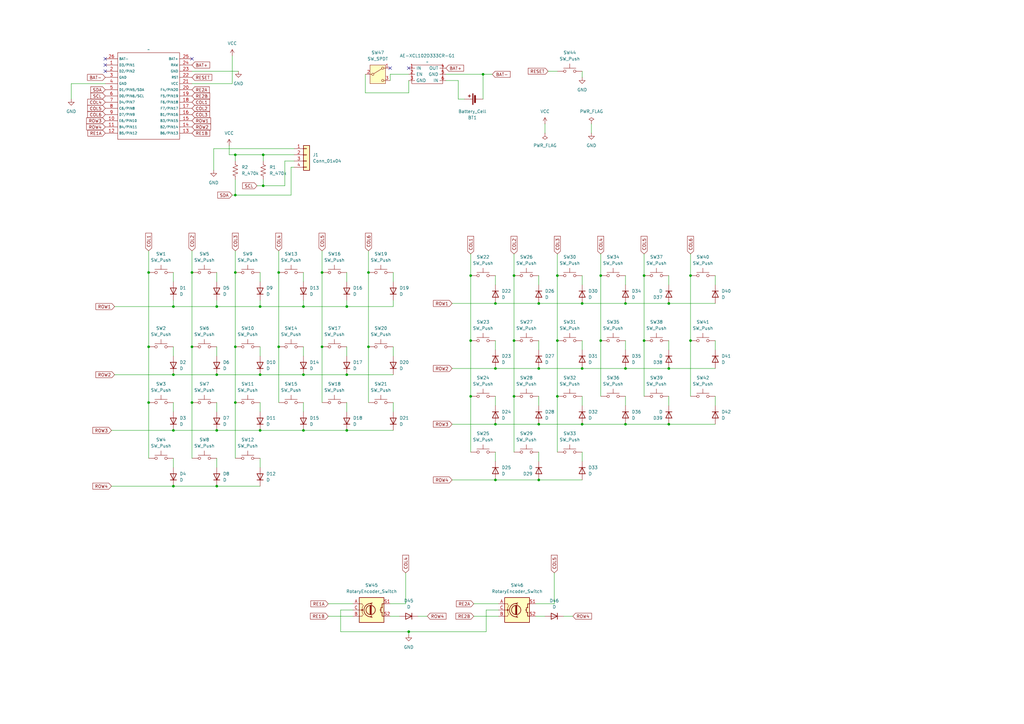
<source format=kicad_sch>
(kicad_sch (version 20250114) (generator "eeschema") (generator_version "9.0")
  (paper "A3")
  (junction (at 210.82 113.03))
  (junction (at 107.95 63.5))
  (junction (at 246.38 113.03))
  (junction (at 274.32 173.99))
  (junction (at 71.12 125.73))
  (junction (at 238.76 173.99))
  (junction (at 220.98 196.85))
  (junction (at 193.04 162.56))
  (junction (at 114.3 142.24))
  (junction (at 96.52 80.01))
  (junction (at 203.2 151.13))
  (junction (at 124.46 153.67))
  (junction (at 167.64 259.08))
  (junction (at 264.16 139.7))
  (junction (at 256.54 151.13))
  (junction (at 220.98 173.99))
  (junction (at 238.76 124.46))
  (junction (at 60.96 165.1))
  (junction (at 274.32 124.46))
  (junction (at 228.6 113.03))
  (junction (at 203.2 124.46))
  (junction (at 71.12 153.67))
  (junction (at 256.54 173.99))
  (junction (at 238.76 151.13))
  (junction (at 96.52 165.1))
  (junction (at 88.9 176.53))
  (junction (at 107.95 76.2))
  (junction (at 78.74 111.76))
  (junction (at 283.21 113.03))
  (junction (at 151.13 142.24))
  (junction (at 106.68 125.73))
  (junction (at 96.52 142.24))
  (junction (at 96.52 63.5))
  (junction (at 132.08 111.76))
  (junction (at 124.46 125.73))
  (junction (at 220.98 151.13))
  (junction (at 198.12 30.48))
  (junction (at 228.6 162.56))
  (junction (at 142.24 153.67))
  (junction (at 71.12 176.53))
  (junction (at 114.3 111.76))
  (junction (at 60.96 111.76))
  (junction (at 203.2 196.85))
  (junction (at 210.82 139.7))
  (junction (at 142.24 176.53))
  (junction (at 228.6 139.7))
  (junction (at 220.98 124.46))
  (junction (at 71.12 199.39))
  (junction (at 88.9 153.67))
  (junction (at 246.38 139.7))
  (junction (at 96.52 111.76))
  (junction (at 274.32 151.13))
  (junction (at 78.74 142.24))
  (junction (at 60.96 142.24))
  (junction (at 106.68 176.53))
  (junction (at 78.74 165.1))
  (junction (at 88.9 125.73))
  (junction (at 124.46 176.53))
  (junction (at 151.13 111.76))
  (junction (at 88.9 199.39))
  (junction (at 264.16 113.03))
  (junction (at 283.21 139.7))
  (junction (at 256.54 124.46))
  (junction (at 203.2 173.99))
  (junction (at 132.08 142.24))
  (junction (at 193.04 139.7))
  (junction (at 193.04 113.03))
  (junction (at 142.24 125.73))
  (junction (at 106.68 153.67))
  (junction (at 210.82 162.56))
  (no_connect (at 43.18 26.67))
  (no_connect (at 167.64 27.94))
  (no_connect (at 43.18 29.21))
  (no_connect (at 78.74 24.13))
  (no_connect (at 43.18 24.13))
  (no_connect (at 160.02 27.94))
  (wire (pts (xy 106.68 153.67) (xy 124.46 153.67)))
  (wire (pts (xy 187.96 40.64) (xy 190.5 40.64)))
  (wire (pts (xy 78.74 165.1) (xy 78.74 187.96)))
  (wire (pts (xy 114.3 142.24) (xy 114.3 165.1)))
  (wire (pts (xy 238.76 173.99) (xy 256.54 173.99)))
  (wire (pts (xy 116.84 66.04) (xy 120.65 66.04)))
  (wire (pts (xy 185.42 173.99) (xy 203.2 173.99)))
  (wire (pts (xy 256.54 113.03) (xy 256.54 116.84)))
  (wire (pts (xy 106.68 142.24) (xy 106.68 146.05)))
  (wire (pts (xy 228.6 113.03) (xy 228.6 139.7)))
  (wire (pts (xy 96.52 80.01) (xy 95.25 80.01)))
  (wire (pts (xy 134.62 252.73) (xy 144.78 252.73)))
  (wire (pts (xy 274.32 124.46) (xy 293.37 124.46)))
  (wire (pts (xy 194.31 247.65) (xy 204.47 247.65)))
  (wire (pts (xy 210.82 162.56) (xy 210.82 185.42)))
  (wire (pts (xy 256.54 124.46) (xy 274.32 124.46)))
  (wire (pts (xy 161.29 176.53) (xy 142.24 176.53)))
  (wire (pts (xy 227.33 234.95) (xy 227.33 247.65)))
  (wire (pts (xy 238.76 162.56) (xy 238.76 166.37)))
  (wire (pts (xy 210.82 139.7) (xy 210.82 162.56)))
  (wire (pts (xy 293.37 139.7) (xy 293.37 143.51)))
  (wire (pts (xy 78.74 34.29) (xy 95.25 34.29)))
  (wire (pts (xy 88.9 165.1) (xy 88.9 168.91)))
  (wire (pts (xy 142.24 111.76) (xy 142.24 115.57)))
  (wire (pts (xy 193.04 104.14) (xy 193.04 113.03)))
  (wire (pts (xy 198.12 30.48) (xy 198.12 40.64)))
  (wire (pts (xy 274.32 162.56) (xy 274.32 166.37)))
  (wire (pts (xy 96.52 73.66) (xy 96.52 80.01)))
  (wire (pts (xy 203.2 196.85) (xy 220.98 196.85)))
  (wire (pts (xy 283.21 113.03) (xy 283.21 139.7)))
  (wire (pts (xy 107.95 63.5) (xy 107.95 66.04)))
  (wire (pts (xy 220.98 173.99) (xy 238.76 173.99)))
  (wire (pts (xy 88.9 125.73) (xy 106.68 125.73)))
  (wire (pts (xy 78.74 102.87) (xy 78.74 111.76)))
  (wire (pts (xy 274.32 173.99) (xy 293.37 173.99)))
  (wire (pts (xy 227.33 247.65) (xy 219.71 247.65)))
  (wire (pts (xy 219.71 252.73) (xy 223.52 252.73)))
  (wire (pts (xy 185.42 124.46) (xy 203.2 124.46)))
  (wire (pts (xy 201.93 30.48) (xy 198.12 30.48)))
  (wire (pts (xy 96.52 63.5) (xy 93.98 63.5)))
  (wire (pts (xy 203.2 124.46) (xy 220.98 124.46)))
  (wire (pts (xy 120.65 63.5) (xy 107.95 63.5)))
  (wire (pts (xy 93.98 59.69) (xy 93.98 63.5)))
  (wire (pts (xy 120.65 60.96) (xy 87.63 60.96)))
  (wire (pts (xy 264.16 139.7) (xy 264.16 162.56)))
  (wire (pts (xy 256.54 151.13) (xy 274.32 151.13)))
  (wire (pts (xy 264.16 113.03) (xy 264.16 139.7)))
  (wire (pts (xy 96.52 111.76) (xy 96.52 142.24)))
  (wire (pts (xy 119.38 80.01) (xy 119.38 68.58)))
  (wire (pts (xy 274.32 139.7) (xy 274.32 143.51)))
  (wire (pts (xy 246.38 104.14) (xy 246.38 113.03)))
  (wire (pts (xy 60.96 165.1) (xy 60.96 187.96)))
  (wire (pts (xy 96.52 165.1) (xy 96.52 187.96)))
  (wire (pts (xy 116.84 76.2) (xy 107.95 76.2)))
  (wire (pts (xy 95.25 34.29) (xy 95.25 22.86)))
  (wire (pts (xy 124.46 111.76) (xy 124.46 115.57)))
  (wire (pts (xy 161.29 111.76) (xy 161.29 115.57)))
  (wire (pts (xy 238.76 151.13) (xy 256.54 151.13)))
  (wire (pts (xy 231.14 252.73) (xy 234.95 252.73)))
  (wire (pts (xy 228.6 104.14) (xy 228.6 113.03)))
  (wire (pts (xy 106.68 111.76) (xy 106.68 115.57)))
  (wire (pts (xy 119.38 80.01) (xy 96.52 80.01)))
  (wire (pts (xy 187.96 33.02) (xy 182.88 33.02)))
  (wire (pts (xy 29.21 34.29) (xy 43.18 34.29)))
  (wire (pts (xy 167.64 33.02) (xy 167.64 38.1)))
  (wire (pts (xy 210.82 113.03) (xy 210.82 139.7)))
  (wire (pts (xy 246.38 113.03) (xy 246.38 139.7)))
  (wire (pts (xy 238.76 139.7) (xy 238.76 143.51)))
  (wire (pts (xy 161.29 123.19) (xy 161.29 125.73)))
  (wire (pts (xy 193.04 113.03) (xy 193.04 139.7)))
  (wire (pts (xy 160.02 252.73) (xy 163.83 252.73)))
  (wire (pts (xy 71.12 153.67) (xy 88.9 153.67)))
  (wire (pts (xy 203.2 173.99) (xy 220.98 173.99)))
  (wire (pts (xy 220.98 124.46) (xy 238.76 124.46)))
  (wire (pts (xy 132.08 102.87) (xy 132.08 111.76)))
  (wire (pts (xy 96.52 63.5) (xy 96.52 66.04)))
  (wire (pts (xy 71.12 142.24) (xy 71.12 146.05)))
  (wire (pts (xy 71.12 165.1) (xy 71.12 168.91)))
  (wire (pts (xy 71.12 176.53) (xy 45.72 176.53)))
  (wire (pts (xy 142.24 165.1) (xy 142.24 168.91)))
  (wire (pts (xy 238.76 29.21) (xy 238.76 31.75)))
  (wire (pts (xy 264.16 104.14) (xy 264.16 113.03)))
  (wire (pts (xy 274.32 151.13) (xy 293.37 151.13)))
  (wire (pts (xy 203.2 185.42) (xy 203.2 189.23)))
  (wire (pts (xy 149.86 38.1) (xy 149.86 30.48)))
  (wire (pts (xy 96.52 102.87) (xy 96.52 111.76)))
  (wire (pts (xy 238.76 124.46) (xy 256.54 124.46)))
  (wire (pts (xy 106.68 123.19) (xy 106.68 125.73)))
  (wire (pts (xy 88.9 187.96) (xy 88.9 191.77)))
  (wire (pts (xy 151.13 111.76) (xy 151.13 142.24)))
  (wire (pts (xy 228.6 139.7) (xy 228.6 162.56)))
  (wire (pts (xy 293.37 113.03) (xy 293.37 116.84)))
  (wire (pts (xy 228.6 162.56) (xy 228.6 185.42)))
  (wire (pts (xy 142.24 125.73) (xy 161.29 125.73)))
  (wire (pts (xy 107.95 63.5) (xy 96.52 63.5)))
  (wire (pts (xy 167.64 259.08) (xy 167.64 260.35)))
  (wire (pts (xy 124.46 142.24) (xy 124.46 146.05)))
  (wire (pts (xy 29.21 34.29) (xy 29.21 40.64)))
  (wire (pts (xy 144.78 250.19) (xy 139.7 250.19)))
  (wire (pts (xy 203.2 151.13) (xy 220.98 151.13)))
  (wire (pts (xy 220.98 196.85) (xy 238.76 196.85)))
  (wire (pts (xy 293.37 162.56) (xy 293.37 166.37)))
  (wire (pts (xy 185.42 151.13) (xy 203.2 151.13)))
  (wire (pts (xy 124.46 165.1) (xy 124.46 168.91)))
  (wire (pts (xy 106.68 187.96) (xy 106.68 191.77)))
  (wire (pts (xy 124.46 123.19) (xy 124.46 125.73)))
  (wire (pts (xy 242.57 50.8) (xy 242.57 54.61)))
  (wire (pts (xy 124.46 153.67) (xy 142.24 153.67)))
  (wire (pts (xy 224.79 29.21) (xy 228.6 29.21)))
  (wire (pts (xy 167.64 38.1) (xy 149.86 38.1)))
  (wire (pts (xy 88.9 123.19) (xy 88.9 125.73)))
  (wire (pts (xy 139.7 250.19) (xy 139.7 259.08)))
  (wire (pts (xy 132.08 111.76) (xy 132.08 142.24)))
  (wire (pts (xy 106.68 165.1) (xy 106.68 168.91)))
  (wire (pts (xy 60.96 111.76) (xy 60.96 142.24)))
  (wire (pts (xy 124.46 176.53) (xy 106.68 176.53)))
  (wire (pts (xy 71.12 153.67) (xy 46.99 153.67)))
  (wire (pts (xy 256.54 162.56) (xy 256.54 166.37)))
  (wire (pts (xy 78.74 142.24) (xy 78.74 165.1)))
  (wire (pts (xy 203.2 139.7) (xy 203.2 143.51)))
  (wire (pts (xy 199.39 259.08) (xy 167.64 259.08)))
  (wire (pts (xy 106.68 176.53) (xy 88.9 176.53)))
  (wire (pts (xy 185.42 196.85) (xy 203.2 196.85)))
  (wire (pts (xy 142.24 142.24) (xy 142.24 146.05)))
  (wire (pts (xy 116.84 66.04) (xy 116.84 76.2)))
  (wire (pts (xy 107.95 76.2) (xy 105.41 76.2)))
  (wire (pts (xy 124.46 125.73) (xy 142.24 125.73)))
  (wire (pts (xy 88.9 142.24) (xy 88.9 146.05)))
  (wire (pts (xy 256.54 173.99) (xy 274.32 173.99)))
  (wire (pts (xy 238.76 185.42) (xy 238.76 189.23)))
  (wire (pts (xy 88.9 176.53) (xy 71.12 176.53)))
  (wire (pts (xy 142.24 176.53) (xy 124.46 176.53)))
  (wire (pts (xy 210.82 104.14) (xy 210.82 113.03)))
  (wire (pts (xy 119.38 68.58) (xy 120.65 68.58)))
  (wire (pts (xy 78.74 29.21) (xy 97.79 29.21)))
  (wire (pts (xy 114.3 111.76) (xy 114.3 142.24)))
  (wire (pts (xy 283.21 139.7) (xy 283.21 162.56)))
  (wire (pts (xy 142.24 123.19) (xy 142.24 125.73)))
  (wire (pts (xy 223.52 54.61) (xy 223.52 50.8)))
  (wire (pts (xy 187.96 40.64) (xy 187.96 33.02)))
  (wire (pts (xy 151.13 102.87) (xy 151.13 111.76)))
  (wire (pts (xy 166.37 234.95) (xy 166.37 247.65)))
  (wire (pts (xy 283.21 104.14) (xy 283.21 113.03)))
  (wire (pts (xy 71.12 187.96) (xy 71.12 191.77)))
  (wire (pts (xy 106.68 199.39) (xy 88.9 199.39)))
  (wire (pts (xy 220.98 162.56) (xy 220.98 166.37)))
  (wire (pts (xy 198.12 30.48) (xy 182.88 30.48)))
  (wire (pts (xy 132.08 142.24) (xy 132.08 165.1)))
  (wire (pts (xy 220.98 139.7) (xy 220.98 143.51)))
  (wire (pts (xy 160.02 30.48) (xy 160.02 33.02)))
  (wire (pts (xy 78.74 111.76) (xy 78.74 142.24)))
  (wire (pts (xy 220.98 113.03) (xy 220.98 116.84)))
  (wire (pts (xy 161.29 142.24) (xy 161.29 146.05)))
  (wire (pts (xy 193.04 162.56) (xy 193.04 185.42)))
  (wire (pts (xy 203.2 162.56) (xy 203.2 166.37)))
  (wire (pts (xy 161.29 165.1) (xy 161.29 168.91)))
  (wire (pts (xy 204.47 250.19) (xy 199.39 250.19)))
  (wire (pts (xy 167.64 259.08) (xy 139.7 259.08)))
  (wire (pts (xy 88.9 111.76) (xy 88.9 115.57)))
  (wire (pts (xy 256.54 139.7) (xy 256.54 143.51)))
  (wire (pts (xy 114.3 102.87) (xy 114.3 111.76)))
  (wire (pts (xy 142.24 153.67) (xy 161.29 153.67)))
  (wire (pts (xy 199.39 250.19) (xy 199.39 259.08)))
  (wire (pts (xy 246.38 139.7) (xy 246.38 162.56)))
  (wire (pts (xy 96.52 142.24) (xy 96.52 165.1)))
  (wire (pts (xy 166.37 247.65) (xy 160.02 247.65)))
  (wire (pts (xy 71.12 125.73) (xy 71.12 123.19)))
  (wire (pts (xy 60.96 142.24) (xy 60.96 165.1)))
  (wire (pts (xy 60.96 102.87) (xy 60.96 111.76)))
  (wire (pts (xy 71.12 199.39) (xy 45.72 199.39)))
  (wire (pts (xy 151.13 142.24) (xy 151.13 165.1)))
  (wire (pts (xy 87.63 60.96) (xy 87.63 69.85)))
  (wire (pts (xy 203.2 113.03) (xy 203.2 116.84)))
  (wire (pts (xy 46.99 125.73) (xy 71.12 125.73)))
  (wire (pts (xy 71.12 111.76) (xy 71.12 115.57)))
  (wire (pts (xy 134.62 247.65) (xy 144.78 247.65)))
  (wire (pts (xy 274.32 113.03) (xy 274.32 116.84)))
  (wire (pts (xy 220.98 185.42) (xy 220.98 189.23)))
  (wire (pts (xy 238.76 113.03) (xy 238.76 116.84)))
  (wire (pts (xy 88.9 153.67) (xy 106.68 153.67)))
  (wire (pts (xy 71.12 125.73) (xy 88.9 125.73)))
  (wire (pts (xy 167.64 30.48) (xy 160.02 30.48)))
  (wire (pts (xy 107.95 73.66) (xy 107.95 76.2)))
  (wire (pts (xy 171.45 252.73) (xy 175.26 252.73)))
  (wire (pts (xy 88.9 199.39) (xy 71.12 199.39)))
  (wire (pts (xy 193.04 139.7) (xy 193.04 162.56)))
  (wire (pts (xy 220.98 151.13) (xy 238.76 151.13)))
  (wire (pts (xy 194.31 252.73) (xy 204.47 252.73)))
  (wire (pts (xy 106.68 125.73) (xy 124.46 125.73)))
  (global_label "ROW3" (shape input) (at 185.42 173.99 180) (property "Intersheetrefs" "${INTERSHEET_REFS}" (effects (hide yes))))
  (global_label "BAT-" (shape input) (at 201.93 30.48 0) (property "Intersheetrefs" "${INTERSHEET_REFS}" (effects (hide yes))))
  (global_label "BAT+" (shape input) (at 182.88 27.94 0) (property "Intersheetrefs" "${INTERSHEET_REFS}" (effects (hide yes))))
  (global_label "COL4" (shape input) (at 166.37 234.95 90) (property "Intersheetrefs" "${INTERSHEET_REFS}" (effects (hide yes))))
  (global_label "ROW1" (shape input) (at 78.74 49.53 0) (property "Intersheetrefs" "${INTERSHEET_REFS}" (effects (hide yes))))
  (global_label "COL1" (shape input) (at 60.96 102.87 90) (property "Intersheetrefs" "${INTERSHEET_REFS}" (effects (hide yes))))
  (global_label "ROW2" (shape input) (at 78.74 52.07 0) (property "Intersheetrefs" "${INTERSHEET_REFS}" (effects (hide yes))))
  (global_label "COL5" (shape input) (at 264.16 104.14 90) (property "Intersheetrefs" "${INTERSHEET_REFS}" (effects (hide yes))))
  (global_label "ROW4" (shape input) (at 175.26 252.73 0) (property "Intersheetrefs" "${INTERSHEET_REFS}" (effects (hide yes))))
  (global_label "ROW3" (shape input) (at 43.18 49.53 180) (property "Intersheetrefs" "${INTERSHEET_REFS}" (effects (hide yes))))
  (global_label "ROW4" (shape input) (at 234.95 252.73 0) (property "Intersheetrefs" "${INTERSHEET_REFS}" (effects (hide yes))))
  (global_label "RE1B" (shape input) (at 134.62 252.73 180) (property "Intersheetrefs" "${INTERSHEET_REFS}" (effects (hide yes))))
  (global_label "COL1" (shape input) (at 193.04 104.14 90) (property "Intersheetrefs" "${INTERSHEET_REFS}" (effects (hide yes))))
  (global_label "COL6" (shape input) (at 283.21 104.14 90) (property "Intersheetrefs" "${INTERSHEET_REFS}" (effects (hide yes))))
  (global_label "BAT+" (shape input) (at 78.74 26.67 0) (property "Intersheetrefs" "${INTERSHEET_REFS}" (effects (hide yes))))
  (global_label "ROW4" (shape input) (at 45.72 199.39 180) (property "Intersheetrefs" "${INTERSHEET_REFS}" (effects (hide yes))))
  (global_label "ROW2" (shape input) (at 46.99 153.67 180) (property "Intersheetrefs" "${INTERSHEET_REFS}" (effects (hide yes))))
  (global_label "COL2" (shape input) (at 78.74 44.45 0) (property "Intersheetrefs" "${INTERSHEET_REFS}" (effects (hide yes))))
  (global_label "SCL" (shape input) (at 43.18 39.37 180) (property "Intersheetrefs" "${INTERSHEET_REFS}" (effects (hide yes))))
  (global_label "COL3" (shape input) (at 228.6 104.14 90) (property "Intersheetrefs" "${INTERSHEET_REFS}" (effects (hide yes))))
  (global_label "COL2" (shape input) (at 78.74 102.87 90) (property "Intersheetrefs" "${INTERSHEET_REFS}" (effects (hide yes))))
  (global_label "RE1B" (shape input) (at 78.74 54.61 0) (property "Intersheetrefs" "${INTERSHEET_REFS}" (effects (hide yes))))
  (global_label "RE2B" (shape input) (at 194.31 252.73 180) (property "Intersheetrefs" "${INTERSHEET_REFS}" (effects (hide yes))))
  (global_label "BAT-" (shape input) (at 43.18 31.75 180) (property "Intersheetrefs" "${INTERSHEET_REFS}" (effects (hide yes))))
  (global_label "COL6" (shape input) (at 151.13 102.87 90) (property "Intersheetrefs" "${INTERSHEET_REFS}" (effects (hide yes))))
  (global_label "COL4" (shape input) (at 43.18 41.91 180) (property "Intersheetrefs" "${INTERSHEET_REFS}" (effects (hide yes))))
  (global_label "RE2A" (shape input) (at 194.31 247.65 180) (property "Intersheetrefs" "${INTERSHEET_REFS}" (effects (hide yes))))
  (global_label "COL5" (shape input) (at 132.08 102.87 90) (property "Intersheetrefs" "${INTERSHEET_REFS}" (effects (hide yes))))
  (global_label "COL4" (shape input) (at 246.38 104.14 90) (property "Intersheetrefs" "${INTERSHEET_REFS}" (effects (hide yes))))
  (global_label "ROW1" (shape input) (at 185.42 124.46 180) (property "Intersheetrefs" "${INTERSHEET_REFS}" (effects (hide yes))))
  (global_label "ROW1" (shape input) (at 46.99 125.73 180) (property "Intersheetrefs" "${INTERSHEET_REFS}" (effects (hide yes))))
  (global_label "SDA" (shape input) (at 43.18 36.83 180) (property "Intersheetrefs" "${INTERSHEET_REFS}" (effects (hide yes))))
  (global_label "RE2B" (shape input) (at 78.74 39.37 0) (property "Intersheetrefs" "${INTERSHEET_REFS}" (effects (hide yes))))
  (global_label "SDA" (shape input) (at 95.25 80.01 180) (property "Intersheetrefs" "${INTERSHEET_REFS}" (effects (hide yes))))
  (global_label "RE1A" (shape input) (at 43.18 54.61 180) (property "Intersheetrefs" "${INTERSHEET_REFS}" (effects (hide yes))))
  (global_label "ROW3" (shape input) (at 45.72 176.53 180) (property "Intersheetrefs" "${INTERSHEET_REFS}" (effects (hide yes))))
  (global_label "COL4" (shape input) (at 114.3 102.87 90) (property "Intersheetrefs" "${INTERSHEET_REFS}" (effects (hide yes))))
  (global_label "COL1" (shape input) (at 78.74 41.91 0) (property "Intersheetrefs" "${INTERSHEET_REFS}" (effects (hide yes))))
  (global_label "ROW2" (shape input) (at 185.42 151.13 180) (property "Intersheetrefs" "${INTERSHEET_REFS}" (effects (hide yes))))
  (global_label "RE1A" (shape input) (at 134.62 247.65 180) (property "Intersheetrefs" "${INTERSHEET_REFS}" (effects (hide yes))))
  (global_label "COL3" (shape input) (at 96.52 102.87 90) (property "Intersheetrefs" "${INTERSHEET_REFS}" (effects (hide yes))))
  (global_label "COL6" (shape input) (at 43.18 46.99 180) (property "Intersheetrefs" "${INTERSHEET_REFS}" (effects (hide yes))))
  (global_label "RESET" (shape input) (at 224.79 29.21 180) (property "Intersheetrefs" "${INTERSHEET_REFS}" (effects (hide yes))))
  (global_label "COL5" (shape input) (at 227.33 234.95 90) (property "Intersheetrefs" "${INTERSHEET_REFS}" (effects (hide yes))))
  (global_label "ROW4" (shape input) (at 43.18 52.07 180) (property "Intersheetrefs" "${INTERSHEET_REFS}" (effects (hide yes))))
  (global_label "ROW4" (shape input) (at 185.42 196.85 180) (property "Intersheetrefs" "${INTERSHEET_REFS}" (effects (hide yes))))
  (global_label "COL3" (shape input) (at 78.74 46.99 0) (property "Intersheetrefs" "${INTERSHEET_REFS}" (effects (hide yes))))
  (global_label "RE2A" (shape input) (at 78.74 36.83 0) (property "Intersheetrefs" "${INTERSHEET_REFS}" (effects (hide yes))))
  (global_label "COL2" (shape input) (at 210.82 104.14 90) (property "Intersheetrefs" "${INTERSHEET_REFS}" (effects (hide yes))))
  (global_label "RESET" (shape input) (at 78.74 31.75 0) (property "Intersheetrefs" "${INTERSHEET_REFS}" (effects (hide yes))))
  (global_label "COL5" (shape input) (at 43.18 44.45 180) (property "Intersheetrefs" "${INTERSHEET_REFS}" (effects (hide yes))))
  (global_label "SCL" (shape input) (at 105.41 76.2 180) (property "Intersheetrefs" "${INTERSHEET_REFS}" (effects (hide yes))))
  (symbol (lib_id "Switch:SW_Push") (at 251.46 139.7 0) (unit 1)
    (property "Reference" "SW35" (at 251.46 132.08 0))
    (property "Value" "SW_Push" (at 251.46 134.62 0))
    (property "Footprint" "kicad-lib:CherryMX-HotSwap-1u_17" (effects (hide yes)))
    (property "Description" "Push button switch, generic, two pins" (effects (hide yes)))
  )
  (symbol (lib_id "Device:D") (at 274.32 120.65 270) (unit 1)
    (property "Reference" "D37" (at 271.78 121.9201 90) (effects (justify right)))
    (property "Value" "D" (at 271.78 119.3801 90) (effects (justify right)))
    (property "Footprint" "kbd_Parts:Diode_TH_SMD" (effects (hide yes)))
    (property "Description" "Diode" (effects (hide yes)))
    (property "Sim.Device" "D" (effects (hide yes)))
    (property "Sim.Pins" "1=K 2=A" (effects (hide yes)))
  )
  (symbol (lib_id "Device:R_US") (at 96.52 69.85 0) (unit 1)
    (property "Reference" "R2" (at 99.06 68.5799 0) (effects (justify left)))
    (property "Value" "R_470k" (at 99.06 71.1199 0) (effects (justify left)))
    (property "Footprint" "Resistor_THT:R_Axial_DIN0204_L3.6mm_D1.6mm_P5.08mm_Horizontal" (effects (hide yes)))
    (property "Description" "Resistor, US symbol" (effects (hide yes)))
  )
  (symbol (lib_id "Device:D") (at 203.2 120.65 270) (unit 1)
    (property "Reference" "D22" (at 205.74 119.3799 90) (effects (justify left)))
    (property "Value" "D" (at 205.74 121.9199 90) (effects (justify left)))
    (property "Footprint" "kbd_Parts:Diode_TH_SMD" (effects (hide yes)))
    (property "Description" "Diode" (effects (hide yes)))
    (property "Sim.Device" "D" (effects (hide yes)))
    (property "Sim.Pins" "1=K 2=A" (effects (hide yes)))
  )
  (symbol (lib_id "Device:D") (at 142.24 149.86 90) (unit 1)
    (property "Reference" "D17" (at 144.78 148.5899 90) (effects (justify right)))
    (property "Value" "D" (at 144.78 151.1299 90) (effects (justify right)))
    (property "Footprint" "kbd_Parts:Diode_TH_SMD" (effects (hide yes)))
    (property "Description" "Diode" (effects (hide yes)))
    (property "Sim.Device" "D" (effects (hide yes)))
    (property "Sim.Pins" "1=K 2=A" (effects (hide yes)))
  )
  (symbol (lib_id "Device:D") (at 106.68 119.38 90) (unit 1)
    (property "Reference" "D9" (at 109.22 118.1099 90) (effects (justify right)))
    (property "Value" "D" (at 109.22 120.6499 90) (effects (justify right)))
    (property "Footprint" "kbd_Parts:Diode_TH_SMD" (effects (hide yes)))
    (property "Description" "Diode" (effects (hide yes)))
    (property "Sim.Device" "D" (effects (hide yes)))
    (property "Sim.Pins" "1=K 2=A" (effects (hide yes)))
  )
  (symbol (lib_id "Device:D") (at 203.2 193.04 270) (unit 1)
    (property "Reference" "D25" (at 205.74 191.7699 90) (effects (justify left)))
    (property "Value" "D" (at 205.74 194.3099 90) (effects (justify left)))
    (property "Footprint" "kbd_Parts:Diode_TH_SMD" (effects (hide yes)))
    (property "Description" "Diode" (effects (hide yes)))
    (property "Sim.Device" "D" (effects (hide yes)))
    (property "Sim.Pins" "1=K 2=A" (effects (hide yes)))
  )
  (symbol (lib_id "Switch:SW_Push") (at 66.04 187.96 0) (unit 1)
    (property "Reference" "SW4" (at 66.04 180.34 0))
    (property "Value" "SW_Push" (at 66.04 182.88 0))
    (property "Footprint" "kicad-lib:CherryMX-HotSwap-1u_17" (effects (hide yes)))
    (property "Description" "Push button switch, generic, two pins" (effects (hide yes)))
  )
  (symbol (lib_id "kicad-lib:nice!nano v2") (at 60.96 39.37 0) (unit 1)
    (property "Reference" "U1" (effects (hide yes)))
    (property "Value" "~" (at 60.96 20.32 0))
    (property "Footprint" "kbd_Parts:Micon_BMP_7sKB" (effects (hide yes)))
  )
  (symbol (lib_id "Switch:SW_Push") (at 251.46 113.03 0) (unit 1)
    (property "Reference" "SW34" (at 251.46 105.41 0))
    (property "Value" "SW_Push" (at 251.46 107.95 0))
    (property "Footprint" "kicad-lib:CherryMX-HotSwap-1u_17" (effects (hide yes)))
    (property "Description" "Push button switch, generic, two pins" (effects (hide yes)))
  )
  (symbol (lib_id "Switch:SW_Push") (at 215.9 185.42 0) (unit 1)
    (property "Reference" "SW29" (at 215.9 177.8 0))
    (property "Value" "SW_Push" (at 215.9 180.34 0))
    (property "Footprint" "kicad-lib:CherryMX-HotSwap-1u_17" (effects (hide yes)))
    (property "Description" "Push button switch, generic, two pins" (effects (hide yes)))
  )
  (symbol (lib_id "Device:D") (at 256.54 170.18 270) (unit 1)
    (property "Reference" "D36" (at 259.08 168.9099 90) (effects (justify left)))
    (property "Value" "D" (at 259.08 171.4499 90) (effects (justify left)))
    (property "Footprint" "kbd_Parts:Diode_TH_SMD" (effects (hide yes)))
    (property "Description" "Diode" (effects (hide yes)))
    (property "Sim.Device" "D" (effects (hide yes)))
    (property "Sim.Pins" "1=K 2=A" (effects (hide yes)))
  )
  (symbol (lib_id "Switch:SW_Push") (at 101.6 111.76 0) (unit 1)
    (property "Reference" "SW9" (at 101.6 104.14 0))
    (property "Value" "SW_Push" (at 101.6 106.68 0))
    (property "Footprint" "kicad-lib:CherryMX-HotSwap-1u_17" (effects (hide yes)))
    (property "Description" "Push button switch, generic, two pins" (effects (hide yes)))
  )
  (symbol (lib_id "Device:D") (at 220.98 147.32 270) (unit 1)
    (property "Reference" "D27" (at 223.52 146.0499 90) (effects (justify left)))
    (property "Value" "D" (at 223.52 148.5899 90) (effects (justify left)))
    (property "Footprint" "kbd_Parts:Diode_TH_SMD" (effects (hide yes)))
    (property "Description" "Diode" (effects (hide yes)))
    (property "Sim.Device" "D" (effects (hide yes)))
    (property "Sim.Pins" "1=K 2=A" (effects (hide yes)))
  )
  (symbol (lib_id "Device:D") (at 220.98 120.65 270) (unit 1)
    (property "Reference" "D26" (at 223.52 119.3799 90) (effects (justify left)))
    (property "Value" "D" (at 223.52 121.9199 90) (effects (justify left)))
    (property "Footprint" "kbd_Parts:Diode_TH_SMD" (effects (hide yes)))
    (property "Description" "Diode" (effects (hide yes)))
    (property "Sim.Device" "D" (effects (hide yes)))
    (property "Sim.Pins" "1=K 2=A" (effects (hide yes)))
  )
  (symbol (lib_id "Device:RotaryEncoder_Switch") (at 152.4 250.19 0) (unit 1)
    (property "Reference" "SW45" (at 152.4 240.03 0))
    (property "Value" "RotaryEncoder_Switch" (at 152.4 242.57 0))
    (property "Footprint" "kbd_Parts:RotaryEncoder_EC12E" (effects (hide yes)))
    (property "Description" "Rotary encoder, dual channel, incremental quadrate outputs, with switch" (effects (hide yes)))
  )
  (symbol (lib_id "Switch:SW_Push") (at 66.04 142.24 0) (unit 1)
    (property "Reference" "SW2" (at 66.04 134.62 0))
    (property "Value" "SW_Push" (at 66.04 137.16 0))
    (property "Footprint" "kicad-lib:CherryMX-HotSwap-1u_17" (effects (hide yes)))
    (property "Description" "Push button switch, generic, two pins" (effects (hide yes)))
  )
  (symbol (lib_id "Device:D") (at 203.2 147.32 270) (unit 1)
    (property "Reference" "D23" (at 205.74 146.0499 90) (effects (justify left)))
    (property "Value" "D" (at 205.74 148.5899 90) (effects (justify left)))
    (property "Footprint" "kbd_Parts:Diode_TH_SMD" (effects (hide yes)))
    (property "Description" "Diode" (effects (hide yes)))
    (property "Sim.Device" "D" (effects (hide yes)))
    (property "Sim.Pins" "1=K 2=A" (effects (hide yes)))
  )
  (symbol (lib_id "Device:D") (at 88.9 119.38 90) (unit 1)
    (property "Reference" "D5" (at 91.44 118.1099 90) (effects (justify right)))
    (property "Value" "D" (at 91.44 120.6499 90) (effects (justify right)))
    (property "Footprint" "kbd_Parts:Diode_TH_SMD" (effects (hide yes)))
    (property "Description" "Diode" (effects (hide yes)))
    (property "Sim.Device" "D" (effects (hide yes)))
    (property "Sim.Pins" "1=K 2=A" (effects (hide yes)))
  )
  (symbol (lib_id "Device:D") (at 106.68 149.86 90) (unit 1)
    (property "Reference" "D10" (at 109.22 148.5899 90) (effects (justify right)))
    (property "Value" "D" (at 109.22 151.1299 90) (effects (justify right)))
    (property "Footprint" "kbd_Parts:Diode_TH_SMD" (effects (hide yes)))
    (property "Description" "Diode" (effects (hide yes)))
    (property "Sim.Device" "D" (effects (hide yes)))
    (property "Sim.Pins" "1=K 2=A" (effects (hide yes)))
  )
  (symbol (lib_id "power:GND") (at 87.63 69.85 0) (unit 1)
    (property "Reference" "#PWR02" (effects (hide yes)))
    (property "Value" "GND" (at 87.63 74.93 0))
    (property "Description" "Power symbol creates a global label with name \"GND\" , ground" (effects (hide yes)))
  )
  (symbol (lib_id "Switch:SW_Push") (at 251.46 162.56 0) (unit 1)
    (property "Reference" "SW36" (at 251.46 154.94 0))
    (property "Value" "SW_Push" (at 251.46 157.48 0))
    (property "Footprint" "kicad-lib:CherryMX-HotSwap-1u_17" (effects (hide yes)))
    (property "Description" "Push button switch, generic, two pins" (effects (hide yes)))
  )
  (symbol (lib_id "power:VCC") (at 93.98 59.69 0) (unit 1)
    (property "Reference" "#PWR03" (effects (hide yes)))
    (property "Value" "VCC" (at 93.98 54.61 0))
    (property "Description" "Power symbol creates a global label with name \"VCC\"" (effects (hide yes)))
  )
  (symbol (lib_id "Device:D") (at 161.29 119.38 90) (unit 1)
    (property "Reference" "D19" (at 163.83 118.1099 90) (effects (justify right)))
    (property "Value" "D" (at 163.83 120.6499 90) (effects (justify right)))
    (property "Footprint" "kbd_Parts:Diode_TH_SMD" (effects (hide yes)))
    (property "Description" "Diode" (effects (hide yes)))
    (property "Sim.Device" "D" (effects (hide yes)))
    (property "Sim.Pins" "1=K 2=A" (effects (hide yes)))
  )
  (symbol (lib_id "Device:D") (at 293.37 170.18 270) (unit 1)
    (property "Reference" "D42" (at 295.91 168.9099 90) (effects (justify left)))
    (property "Value" "D" (at 295.91 171.4499 90) (effects (justify left)))
    (property "Footprint" "kbd_Parts:Diode_TH_SMD" (effects (hide yes)))
    (property "Description" "Diode" (effects (hide yes)))
    (property "Sim.Device" "D" (effects (hide yes)))
    (property "Sim.Pins" "1=K 2=A" (effects (hide yes)))
  )
  (symbol (lib_id "Switch:SW_Push") (at 83.82 111.76 0) (unit 1)
    (property "Reference" "SW5" (at 83.82 104.14 0))
    (property "Value" "SW_Push" (at 83.82 106.68 0))
    (property "Footprint" "kicad-lib:CherryMX-HotSwap-1u_17" (effects (hide yes)))
    (property "Description" "Push button switch, generic, two pins" (effects (hide yes)))
  )
  (symbol (lib_id "Device:D") (at 124.46 172.72 90) (unit 1)
    (property "Reference" "D15" (at 127 171.4499 90) (effects (justify right)))
    (property "Value" "D" (at 127 173.9899 90) (effects (justify right)))
    (property "Footprint" "kbd_Parts:Diode_TH_SMD" (effects (hide yes)))
    (property "Description" "Diode" (effects (hide yes)))
    (property "Sim.Device" "D" (effects (hide yes)))
    (property "Sim.Pins" "1=K 2=A" (effects (hide yes)))
  )
  (symbol (lib_id "Switch:SW_Push") (at 66.04 111.76 0) (unit 1)
    (property "Reference" "SW1" (at 66.04 104.14 0))
    (property "Value" "SW_Push" (at 66.04 106.68 0))
    (property "Footprint" "kicad-lib:CherryMX-HotSwap-1u_17" (effects (hide yes)))
    (property "Description" "Push button switch, generic, two pins" (effects (hide yes)))
  )
  (symbol (lib_id "Device:D") (at 220.98 193.04 270) (unit 1)
    (property "Reference" "D29" (at 218.44 194.3101 90) (effects (justify right)))
    (property "Value" "D" (at 218.44 191.7701 90) (effects (justify right)))
    (property "Footprint" "kbd_Parts:Diode_TH_SMD" (effects (hide yes)))
    (property "Description" "Diode" (effects (hide yes)))
    (property "Sim.Device" "D" (effects (hide yes)))
    (property "Sim.Pins" "1=K 2=A" (effects (hide yes)))
  )
  (symbol (lib_id "Device:D") (at 71.12 172.72 90) (unit 1)
    (property "Reference" "D3" (at 73.66 171.4499 90) (effects (justify right)))
    (property "Value" "D" (at 73.66 173.9899 90) (effects (justify right)))
    (property "Footprint" "kbd_Parts:Diode_TH_SMD" (effects (hide yes)))
    (property "Description" "Diode" (effects (hide yes)))
    (property "Sim.Device" "D" (effects (hide yes)))
    (property "Sim.Pins" "1=K 2=A" (effects (hide yes)))
  )
  (symbol (lib_id "Device:D") (at 142.24 172.72 90) (unit 1)
    (property "Reference" "D18" (at 144.78 171.4499 90) (effects (justify right)))
    (property "Value" "D" (at 144.78 173.9899 90) (effects (justify right)))
    (property "Footprint" "kbd_Parts:Diode_TH_SMD" (effects (hide yes)))
    (property "Description" "Diode" (effects (hide yes)))
    (property "Sim.Device" "D" (effects (hide yes)))
    (property "Sim.Pins" "1=K 2=A" (effects (hide yes)))
  )
  (symbol (lib_id "Device:D") (at 88.9 172.72 90) (unit 1)
    (property "Reference" "D7" (at 91.44 171.4499 90) (effects (justify right)))
    (property "Value" "D" (at 91.44 173.9899 90) (effects (justify right)))
    (property "Footprint" "kbd_Parts:Diode_TH_SMD" (effects (hide yes)))
    (property "Description" "Diode" (effects (hide yes)))
    (property "Sim.Device" "D" (effects (hide yes)))
    (property "Sim.Pins" "1=K 2=A" (effects (hide yes)))
  )
  (symbol (lib_id "Device:D") (at 71.12 149.86 90) (unit 1)
    (property "Reference" "D2" (at 73.66 148.5899 90) (effects (justify right)))
    (property "Value" "D" (at 73.66 151.1299 90) (effects (justify right)))
    (property "Footprint" "kbd_Parts:Diode_TH_SMD" (effects (hide yes)))
    (property "Description" "Diode" (effects (hide yes)))
    (property "Sim.Device" "D" (effects (hide yes)))
    (property "Sim.Pins" "1=K 2=A" (effects (hide yes)))
  )
  (symbol (lib_id "Switch:SW_Push") (at 119.38 111.76 0) (unit 1)
    (property "Reference" "SW13" (at 119.38 104.14 0))
    (property "Value" "SW_Push" (at 119.38 106.68 0))
    (property "Footprint" "kicad-lib:CherryMX-HotSwap-1u_17" (effects (hide yes)))
    (property "Description" "Push button switch, generic, two pins" (effects (hide yes)))
  )
  (symbol (lib_id "Device:D") (at 71.12 195.58 90) (unit 1)
    (property "Reference" "D4" (at 73.66 194.3099 90) (effects (justify right)))
    (property "Value" "D" (at 73.66 196.8499 90) (effects (justify right)))
    (property "Footprint" "kbd_Parts:Diode_TH_SMD" (effects (hide yes)))
    (property "Description" "Diode" (effects (hide yes)))
    (property "Sim.Device" "D" (effects (hide yes)))
    (property "Sim.Pins" "1=K 2=A" (effects (hide yes)))
  )
  (symbol (lib_id "Switch:SW_Push") (at 233.68 162.56 0) (unit 1)
    (property "Reference" "SW32" (at 233.68 154.94 0))
    (property "Value" "SW_Push" (at 233.68 157.48 0))
    (property "Footprint" "kicad-lib:CherryMX-HotSwap-1u_17" (effects (hide yes)))
    (property "Description" "Push button switch, generic, two pins" (effects (hide yes)))
  )
  (symbol (lib_id "Device:D") (at 238.76 193.04 270) (unit 1)
    (property "Reference" "D33" (at 241.3 191.7699 90) (effects (justify left)))
    (property "Value" "D" (at 241.3 194.3099 90) (effects (justify left)))
    (property "Footprint" "kbd_Parts:Diode_TH_SMD" (effects (hide yes)))
    (property "Description" "Diode" (effects (hide yes)))
    (property "Sim.Device" "D" (effects (hide yes)))
    (property "Sim.Pins" "1=K 2=A" (effects (hide yes)))
  )
  (symbol (lib_id "Device:D") (at 161.29 149.86 90) (unit 1)
    (property "Reference" "D20" (at 163.83 148.5899 90) (effects (justify right)))
    (property "Value" "D" (at 163.83 151.1299 90) (effects (justify right)))
    (property "Footprint" "kbd_Parts:Diode_TH_SMD" (effects (hide yes)))
    (property "Description" "Diode" (effects (hide yes)))
    (property "Sim.Device" "D" (effects (hide yes)))
    (property "Sim.Pins" "1=K 2=A" (effects (hide yes)))
  )
  (symbol (lib_id "Device:Battery_Cell") (at 195.58 40.64 90) (unit 1)
    (property "Reference" "BT1" (at 193.7385 48.26 90))
    (property "Value" "Battery_Cell" (at 193.7385 45.72 90))
    (property "Footprint" "kbd_Parts:Battery_AAA" (effects (hide yes)))
    (property "Description" "Single-cell battery" (effects (hide yes)))
  )
  (symbol (lib_id "Switch:SW_Push") (at 198.12 185.42 0) (unit 1)
    (property "Reference" "SW25" (at 198.12 177.8 0))
    (property "Value" "SW_Push" (at 198.12 180.34 0))
    (property "Footprint" "kicad-lib:CherryMX-HotSwap-1u_17" (effects (hide yes)))
    (property "Description" "Push button switch, generic, two pins" (effects (hide yes)))
  )
  (symbol (lib_id "Device:D") (at 161.29 172.72 90) (unit 1)
    (property "Reference" "D21" (at 163.83 171.4499 90) (effects (justify right)))
    (property "Value" "D" (at 163.83 173.9899 90) (effects (justify right)))
    (property "Footprint" "kbd_Parts:Diode_TH_SMD" (effects (hide yes)))
    (property "Description" "Diode" (effects (hide yes)))
    (property "Sim.Device" "D" (effects (hide yes)))
    (property "Sim.Pins" "1=K 2=A" (effects (hide yes)))
  )
  (symbol (lib_id "Switch:SW_Push") (at 83.82 142.24 0) (unit 1)
    (property "Reference" "SW6" (at 83.82 134.62 0))
    (property "Value" "SW_Push" (at 83.82 137.16 0))
    (property "Footprint" "kicad-lib:CherryMX-HotSwap-1u_17" (effects (hide yes)))
    (property "Description" "Push button switch, generic, two pins" (effects (hide yes)))
  )
  (symbol (lib_id "Switch:SW_Push") (at 137.16 111.76 0) (unit 1)
    (property "Reference" "SW16" (at 137.16 104.14 0))
    (property "Value" "SW_Push" (at 137.16 106.68 0))
    (property "Footprint" "kicad-lib:CherryMX-HotSwap-1u_17" (effects (hide yes)))
    (property "Description" "Push button switch, generic, two pins" (effects (hide yes)))
  )
  (symbol (lib_id "Switch:SW_Push") (at 66.04 165.1 0) (unit 1)
    (property "Reference" "SW3" (at 66.04 157.48 0))
    (property "Value" "SW_Push" (at 66.04 160.02 0))
    (property "Footprint" "kicad-lib:CherryMX-HotSwap-1u_17" (effects (hide yes)))
    (property "Description" "Push button switch, generic, two pins" (effects (hide yes)))
  )
  (symbol (lib_id "Switch:SW_Push") (at 269.24 139.7 0) (unit 1)
    (property "Reference" "SW38" (at 269.24 132.08 0))
    (property "Value" "SW_Push" (at 269.24 134.62 0))
    (property "Footprint" "kicad-lib:CherryMX-HotSwap-1u_17" (effects (hide yes)))
    (property "Description" "Push button switch, generic, two pins" (effects (hide yes)))
  )
  (symbol (lib_id "Connector_Generic:Conn_01x04") (at 125.73 63.5 0) (unit 1)
    (property "Reference" "J1" (at 128.27 63.4999 0) (effects (justify left)))
    (property "Value" "Conn_01x04" (at 128.27 66.0399 0) (effects (justify left)))
    (property "Footprint" "Connector_PinSocket_2.54mm:PinSocket_1x04_P2.54mm_Vertical" (effects (hide yes)))
    (property "Description" "Generic connector, single row, 01x04, script generated (kicad-library-utils/schlib/autogen/connector/)" (effects (hide yes)))
  )
  (symbol (lib_id "Switch:SW_Push") (at 288.29 162.56 0) (unit 1)
    (property "Reference" "SW42" (at 288.29 154.94 0))
    (property "Value" "SW_Push" (at 288.29 157.48 0))
    (property "Footprint" "kicad-lib:CherryMX-HotSwap-1u_17" (effects (hide yes)))
    (property "Description" "Push button switch, generic, two pins" (effects (hide yes)))
  )
  (symbol (lib_id "Switch:SW_Push") (at 288.29 113.03 0) (unit 1)
    (property "Reference" "SW40" (at 288.29 105.41 0))
    (property "Value" "SW_Push" (at 288.29 107.95 0))
    (property "Footprint" "kicad-lib:CherryMX-HotSwap-1u_17" (effects (hide yes)))
    (property "Description" "Push button switch, generic, two pins" (effects (hide yes)))
  )
  (symbol (lib_id "Device:RotaryEncoder_Switch") (at 212.09 250.19 0) (unit 1)
    (property "Reference" "SW46" (at 212.09 240.03 0))
    (property "Value" "RotaryEncoder_Switch" (at 212.09 242.57 0))
    (property "Footprint" "kbd_Parts:RotaryEncoder_EC12E" (effects (hide yes)))
    (property "Description" "Rotary encoder, dual channel, incremental quadrate outputs, with switch" (effects (hide yes)))
  )
  (symbol (lib_id "Device:D") (at 124.46 119.38 90) (unit 1)
    (property "Reference" "D13" (at 127 118.1099 90) (effects (justify right)))
    (property "Value" "D" (at 127 120.6499 90) (effects (justify right)))
    (property "Footprint" "kbd_Parts:Diode_TH_SMD" (effects (hide yes)))
    (property "Description" "Diode" (effects (hide yes)))
    (property "Sim.Device" "D" (effects (hide yes)))
    (property "Sim.Pins" "1=K 2=A" (effects (hide yes)))
  )
  (symbol (lib_id "power:VCC") (at 95.25 22.86 0) (unit 1)
    (property "Reference" "#PWR04" (effects (hide yes)))
    (property "Value" "VCC" (at 95.25 17.78 0))
    (property "Description" "Power symbol creates a global label with name \"VCC\"" (effects (hide yes)))
  )
  (symbol (lib_id "Switch:SW_Push") (at 215.9 113.03 0) (unit 1)
    (property "Reference" "SW26" (at 215.9 105.41 0))
    (property "Value" "SW_Push" (at 215.9 107.95 0))
    (property "Footprint" "kicad-lib:CherryMX-HotSwap-1u_17" (effects (hide yes)))
    (property "Description" "Push button switch, generic, two pins" (effects (hide yes)))
  )
  (symbol (lib_id "Switch:SW_Push") (at 233.68 113.03 0) (unit 1)
    (property "Reference" "SW30" (at 233.68 105.41 0))
    (property "Value" "SW_Push" (at 233.68 107.95 0))
    (property "Footprint" "kicad-lib:CherryMX-HotSwap-1u_17" (effects (hide yes)))
    (property "Description" "Push button switch, generic, two pins" (effects (hide yes)))
  )
  (symbol (lib_id "Device:D") (at 167.64 252.73 180) (unit 1)
    (property "Reference" "D45" (at 167.64 246.38 0))
    (property "Value" "D" (at 167.64 248.92 0))
    (property "Footprint" "kbd_Parts:Diode_TH_SMD" (effects (hide yes)))
    (property "Description" "Diode" (effects (hide yes)))
    (property "Sim.Device" "D" (effects (hide yes)))
    (property "Sim.Pins" "1=K 2=A" (effects (hide yes)))
  )
  (symbol (lib_id "Device:D") (at 71.12 119.38 90) (unit 1)
    (property "Reference" "D1" (at 73.66 118.1099 90) (effects (justify right)))
    (property "Value" "D" (at 73.66 120.6499 90) (effects (justify right)))
    (property "Footprint" "kbd_Parts:Diode_TH_SMD" (effects (hide yes)))
    (property "Description" "Diode" (effects (hide yes)))
    (property "Sim.Device" "D" (effects (hide yes)))
    (property "Sim.Pins" "1=K 2=A" (effects (hide yes)))
  )
  (symbol (lib_id "Switch:SW_Push") (at 198.12 162.56 0) (unit 1)
    (property "Reference" "SW24" (at 198.12 154.94 0))
    (property "Value" "SW_Push" (at 198.12 157.48 0))
    (property "Footprint" "kicad-lib:CherryMX-HotSwap-1u_17" (effects (hide yes)))
    (property "Description" "Push button switch, generic, two pins" (effects (hide yes)))
  )
  (symbol (lib_id "Device:D") (at 88.9 149.86 90) (unit 1)
    (property "Reference" "D6" (at 91.44 148.5899 90) (effects (justify right)))
    (property "Value" "D" (at 91.44 151.1299 90) (effects (justify right)))
    (property "Footprint" "kbd_Parts:Diode_TH_SMD" (effects (hide yes)))
    (property "Description" "Diode" (effects (hide yes)))
    (property "Sim.Device" "D" (effects (hide yes)))
    (property "Sim.Pins" "1=K 2=A" (effects (hide yes)))
  )
  (symbol (lib_id "Switch:SW_Push") (at 269.24 162.56 0) (unit 1)
    (property "Reference" "SW39" (at 269.24 154.94 0))
    (property "Value" "SW_Push" (at 269.24 157.48 0))
    (property "Footprint" "kicad-lib:CherryMX-HotSwap-1u_17" (effects (hide yes)))
    (property "Description" "Push button switch, generic, two pins" (effects (hide yes)))
  )
  (symbol (lib_id "power:VCC") (at 223.52 50.8 0) (unit 1)
    (property "Reference" "#PWR07" (effects (hide yes)))
    (property "Value" "VCC" (at 223.52 45.72 0))
    (property "Description" "Power symbol creates a global label with name \"VCC\"" (effects (hide yes)))
  )
  (symbol (lib_id "Device:D") (at 293.37 147.32 270) (unit 1)
    (property "Reference" "D41" (at 295.91 146.0499 90) (effects (justify left)))
    (property "Value" "D" (at 295.91 148.5899 90) (effects (justify left)))
    (property "Footprint" "kbd_Parts:Diode_TH_SMD" (effects (hide yes)))
    (property "Description" "Diode" (effects (hide yes)))
    (property "Sim.Device" "D" (effects (hide yes)))
    (property "Sim.Pins" "1=K 2=A" (effects (hide yes)))
  )
  (symbol (lib_id "Device:D") (at 124.46 149.86 90) (unit 1)
    (property "Reference" "D14" (at 127 148.5899 90) (effects (justify right)))
    (property "Value" "D" (at 127 151.1299 90) (effects (justify right)))
    (property "Footprint" "kbd_Parts:Diode_TH_SMD" (effects (hide yes)))
    (property "Description" "Diode" (effects (hide yes)))
    (property "Sim.Device" "D" (effects (hide yes)))
    (property "Sim.Pins" "1=K 2=A" (effects (hide yes)))
  )
  (symbol (lib_id "power:GND") (at 97.79 29.21 0) (unit 1)
    (property "Reference" "#PWR05" (effects (hide yes)))
    (property "Value" "GND" (at 97.79 34.29 0))
    (property "Description" "Power symbol creates a global label with name \"GND\" , ground" (effects (hide yes)))
  )
  (symbol (lib_id "Switch:SW_Push") (at 215.9 139.7 0) (unit 1)
    (property "Reference" "SW27" (at 215.9 132.08 0))
    (property "Value" "SW_Push" (at 215.9 134.62 0))
    (property "Footprint" "kicad-lib:CherryMX-HotSwap-1u_17" (effects (hide yes)))
    (property "Description" "Push button switch, generic, two pins" (effects (hide yes)))
  )
  (symbol (lib_id "Switch:SW_Push") (at 101.6 187.96 0) (unit 1)
    (property "Reference" "SW12" (at 101.6 180.34 0))
    (property "Value" "SW_Push" (at 101.6 182.88 0))
    (property "Footprint" "kicad-lib:CherryMX-HotSwap-1u_17" (effects (hide yes)))
    (property "Description" "Push button switch, generic, two pins" (effects (hide yes)))
  )
  (symbol (lib_id "Device:D") (at 106.68 172.72 90) (unit 1)
    (property "Reference" "D11" (at 109.22 171.4499 90) (effects (justify right)))
    (property "Value" "D" (at 109.22 173.9899 90) (effects (justify right)))
    (property "Footprint" "kbd_Parts:Diode_TH_SMD" (effects (hide yes)))
    (property "Description" "Diode" (effects (hide yes)))
    (property "Sim.Device" "D" (effects (hide yes)))
    (property "Sim.Pins" "1=K 2=A" (effects (hide yes)))
  )
  (symbol (lib_id "Switch:SW_Push") (at 101.6 165.1 0) (unit 1)
    (property "Reference" "SW11" (at 101.6 157.48 0))
    (property "Value" "SW_Push" (at 101.6 160.02 0))
    (property "Footprint" "kicad-lib:CherryMX-HotSwap-1u_17" (effects (hide yes)))
    (property "Description" "Push button switch, generic, two pins" (effects (hide yes)))
  )
  (symbol (lib_id "Device:D") (at 203.2 170.18 270) (unit 1)
    (property "Reference" "D24" (at 205.74 168.9099 90) (effects (justify left)))
    (property "Value" "D" (at 205.74 171.4499 90) (effects (justify left)))
    (property "Footprint" "kbd_Parts:Diode_TH_SMD" (effects (hide yes)))
    (property "Description" "Diode" (effects (hide yes)))
    (property "Sim.Device" "D" (effects (hide yes)))
    (property "Sim.Pins" "1=K 2=A" (effects (hide yes)))
  )
  (symbol (lib_id "Device:D") (at 220.98 170.18 270) (unit 1)
    (property "Reference" "D28" (at 223.52 168.9099 90) (effects (justify left)))
    (property "Value" "D" (at 223.52 171.4499 90) (effects (justify left)))
    (property "Footprint" "kbd_Parts:Diode_TH_SMD" (effects (hide yes)))
    (property "Description" "Diode" (effects (hide yes)))
    (property "Sim.Device" "D" (effects (hide yes)))
    (property "Sim.Pins" "1=K 2=A" (effects (hide yes)))
  )
  (symbol (lib_id "power:GND") (at 242.57 54.61 0) (unit 1)
    (property "Reference" "#PWR09" (effects (hide yes)))
    (property "Value" "GND" (at 242.57 59.69 0))
    (property "Description" "Power symbol creates a global label with name \"GND\" , ground" (effects (hide yes)))
  )
  (symbol (lib_id "Device:R_US") (at 107.95 69.85 0) (unit 1)
    (property "Reference" "R1" (at 110.49 68.5799 0) (effects (justify left)))
    (property "Value" "R_470k" (at 110.49 71.1199 0) (effects (justify left)))
    (property "Footprint" "Resistor_THT:R_Axial_DIN0204_L3.6mm_D1.6mm_P5.08mm_Horizontal" (effects (hide yes)))
    (property "Description" "Resistor, US symbol" (effects (hide yes)))
  )
  (symbol (lib_id "Device:D") (at 227.33 252.73 180) (unit 1)
    (property "Reference" "D46" (at 227.33 246.38 0))
    (property "Value" "D" (at 227.33 248.92 0))
    (property "Footprint" "kbd_Parts:Diode_TH_SMD" (effects (hide yes)))
    (property "Description" "Diode" (effects (hide yes)))
    (property "Sim.Device" "D" (effects (hide yes)))
    (property "Sim.Pins" "1=K 2=A" (effects (hide yes)))
  )
  (symbol (lib_id "Switch:SW_Push") (at 215.9 162.56 0) (unit 1)
    (property "Reference" "SW28" (at 215.9 154.94 0))
    (property "Value" "SW_Push" (at 215.9 157.48 0))
    (property "Footprint" "kicad-lib:CherryMX-HotSwap-1u_17" (effects (hide yes)))
    (property "Description" "Push button switch, generic, two pins" (effects (hide yes)))
  )
  (symbol (lib_id "Switch:SW_Push") (at 83.82 187.96 0) (unit 1)
    (property "Reference" "SW8" (at 83.82 180.34 0))
    (property "Value" "SW_Push" (at 83.82 182.88 0))
    (property "Footprint" "kicad-lib:CherryMX-HotSwap-1u_17" (effects (hide yes)))
    (property "Description" "Push button switch, generic, two pins" (effects (hide yes)))
  )
  (symbol (lib_id "Switch:SW_Push") (at 83.82 165.1 0) (unit 1)
    (property "Reference" "SW7" (at 83.82 157.48 0))
    (property "Value" "SW_Push" (at 83.82 160.02 0))
    (property "Footprint" "kicad-lib:CherryMX-HotSwap-1u_17" (effects (hide yes)))
    (property "Description" "Push button switch, generic, two pins" (effects (hide yes)))
  )
  (symbol (lib_id "Device:D") (at 238.76 120.65 270) (unit 1)
    (property "Reference" "D30" (at 241.3 119.3799 90) (effects (justify left)))
    (property "Value" "D" (at 241.3 121.9199 90) (effects (justify left)))
    (property "Footprint" "kbd_Parts:Diode_TH_SMD" (effects (hide yes)))
    (property "Description" "Diode" (effects (hide yes)))
    (property "Sim.Device" "D" (effects (hide yes)))
    (property "Sim.Pins" "1=K 2=A" (effects (hide yes)))
  )
  (symbol (lib_id "Device:D") (at 88.9 195.58 90) (unit 1)
    (property "Reference" "D8" (at 91.44 194.3099 90) (effects (justify right)))
    (property "Value" "D" (at 91.44 196.8499 90) (effects (justify right)))
    (property "Footprint" "kbd_Parts:Diode_TH_SMD" (effects (hide yes)))
    (property "Description" "Diode" (effects (hide yes)))
    (property "Sim.Device" "D" (effects (hide yes)))
    (property "Sim.Pins" "1=K 2=A" (effects (hide yes)))
  )
  (symbol (lib_id "Switch:SW_Push") (at 156.21 142.24 0) (unit 1)
    (property "Reference" "SW20" (at 156.21 134.62 0))
    (property "Value" "SW_Push" (at 156.21 137.16 0))
    (property "Footprint" "kicad-lib:CherryMX-HotSwap-1u_17" (effects (hide yes)))
    (property "Description" "Push button switch, generic, two pins" (effects (hide yes)))
  )
  (symbol (lib_id "Switch:SW_Push") (at 137.16 142.24 0) (unit 1)
    (property "Reference" "SW17" (at 137.16 134.62 0))
    (property "Value" "SW_Push" (at 137.16 137.16 0))
    (property "Footprint" "kicad-lib:CherryMX-HotSwap-1u_17" (effects (hide yes)))
    (property "Description" "Push button switch, generic, two pins" (effects (hide yes)))
  )
  (symbol (lib_id "Switch:SW_Push") (at 269.24 113.03 0) (unit 1)
    (property "Reference" "SW37" (at 269.24 105.41 0))
    (property "Value" "SW_Push" (at 269.24 107.95 0))
    (property "Footprint" "kicad-lib:CherryMX-HotSwap-1u_17" (effects (hide yes)))
    (property "Description" "Push button switch, generic, two pins" (effects (hide yes)))
  )
  (symbol (lib_id "Switch:SW_Push") (at 288.29 139.7 0) (unit 1)
    (property "Reference" "SW41" (at 288.29 132.08 0))
    (property "Value" "SW_Push" (at 288.29 134.62 0))
    (property "Footprint" "kicad-lib:CherryMX-HotSwap-1u_17" (effects (hide yes)))
    (property "Description" "Push button switch, generic, two pins" (effects (hide yes)))
  )
  (symbol (lib_id "power:GND") (at 167.64 260.35 0) (unit 1)
    (property "Reference" "#PWR06" (effects (hide yes)))
    (property "Value" "GND" (at 167.64 265.43 0))
    (property "Description" "Power symbol creates a global label with name \"GND\" , ground" (effects (hide yes)))
  )
  (symbol (lib_id "Switch:SW_Push") (at 198.12 113.03 0) (unit 1)
    (property "Reference" "SW22" (at 198.12 105.41 0))
    (property "Value" "SW_Push" (at 198.12 107.95 0))
    (property "Footprint" "kicad-lib:CherryMX-HotSwap-1u_17" (effects (hide yes)))
    (property "Description" "Push button switch, generic, two pins" (effects (hide yes)))
  )
  (symbol (lib_id "Device:D") (at 238.76 147.32 270) (unit 1)
    (property "Reference" "D31" (at 241.3 146.0499 90) (effects (justify left)))
    (property "Value" "D" (at 241.3 148.5899 90) (effects (justify left)))
    (property "Footprint" "kbd_Parts:Diode_TH_SMD" (effects (hide yes)))
    (property "Description" "Diode" (effects (hide yes)))
    (property "Sim.Device" "D" (effects (hide yes)))
    (property "Sim.Pins" "1=K 2=A" (effects (hide yes)))
  )
  (symbol (lib_id "kicad-lib:AE-XCL102D333CR-G") (at 175.26 29.21 0) (unit 1)
    (property "Reference" "AE-XCL102D333CR-G1" (at 175.26 22.86 0))
    (property "Value" "~" (at 175.26 25.4 0))
    (property "Footprint" "kicad-lib:AE-XCL102D333CR-G" (effects (hide yes)))
  )
  (symbol (lib_id "Device:D") (at 293.37 120.65 270) (unit 1)
    (property "Reference" "D40" (at 295.91 119.3799 90) (effects (justify left)))
    (property "Value" "D" (at 295.91 121.9199 90) (effects (justify left)))
    (property "Footprint" "kbd_Parts:Diode_TH_SMD" (effects (hide yes)))
    (property "Description" "Diode" (effects (hide yes)))
    (property "Sim.Device" "D" (effects (hide yes)))
    (property "Sim.Pins" "1=K 2=A" (effects (hide yes)))
  )
  (symbol (lib_id "Device:D") (at 274.32 147.32 270) (unit 1)
    (property "Reference" "D38" (at 271.78 148.5901 90) (effects (justify right)))
    (property "Value" "D" (at 271.78 146.0501 90) (effects (justify right)))
    (property "Footprint" "kbd_Parts:Diode_TH_SMD" (effects (hide yes)))
    (property "Description" "Diode" (effects (hide yes)))
    (property "Sim.Device" "D" (effects (hide yes)))
    (property "Sim.Pins" "1=K 2=A" (effects (hide yes)))
  )
  (symbol (lib_id "Switch:SW_Push") (at 198.12 139.7 0) (unit 1)
    (property "Reference" "SW23" (at 198.12 132.08 0))
    (property "Value" "SW_Push" (at 198.12 134.62 0))
    (property "Footprint" "kicad-lib:CherryMX-HotSwap-1u_17" (effects (hide yes)))
    (property "Description" "Push button switch, generic, two pins" (effects (hide yes)))
  )
  (symbol (lib_id "power:GND") (at 238.76 31.75 0) (unit 1)
    (property "Reference" "#PWR08" (effects (hide yes)))
    (property "Value" "GND" (at 238.76 36.83 0))
    (property "Description" "Power symbol creates a global label with name \"GND\" , ground" (effects (hide yes)))
  )
  (symbol (lib_id "Device:D") (at 274.32 170.18 270) (unit 1)
    (property "Reference" "D39" (at 271.78 171.4501 90) (effects (justify right)))
    (property "Value" "D" (at 271.78 168.9101 90) (effects (justify right)))
    (property "Footprint" "kbd_Parts:Diode_TH_SMD" (effects (hide yes)))
    (property "Description" "Diode" (effects (hide yes)))
    (property "Sim.Device" "D" (effects (hide yes)))
    (property "Sim.Pins" "1=K 2=A" (effects (hide yes)))
  )
  (symbol (lib_id "Device:D") (at 256.54 120.65 270) (unit 1)
    (property "Reference" "D34" (at 259.08 119.3799 90) (effects (justify left)))
    (property "Value" "D" (at 259.08 121.9199 90) (effects (justify left)))
    (property "Footprint" "kbd_Parts:Diode_TH_SMD" (effects (hide yes)))
    (property "Description" "Diode" (effects (hide yes)))
    (property "Sim.Device" "D" (effects (hide yes)))
    (property "Sim.Pins" "1=K 2=A" (effects (hide yes)))
  )
  (symbol (lib_id "Switch:SW_Push") (at 119.38 142.24 0) (unit 1)
    (property "Reference" "SW14" (at 119.38 134.62 0))
    (property "Value" "SW_Push" (at 119.38 137.16 0))
    (property "Footprint" "kicad-lib:CherryMX-HotSwap-1u_17" (effects (hide yes)))
    (property "Description" "Push button switch, generic, two pins" (effects (hide yes)))
  )
  (symbol (lib_id "Switch:SW_Push") (at 137.16 165.1 0) (unit 1)
    (property "Reference" "SW18" (at 137.16 157.48 0))
    (property "Value" "SW_Push" (at 137.16 160.02 0))
    (property "Footprint" "kicad-lib:CherryMX-HotSwap-1u_17" (effects (hide yes)))
    (property "Description" "Push button switch, generic, two pins" (effects (hide yes)))
  )
  (symbol (lib_id "Switch:SW_Push") (at 156.21 165.1 0) (unit 1)
    (property "Reference" "SW21" (at 156.21 157.48 0))
    (property "Value" "SW_Push" (at 156.21 160.02 0))
    (property "Footprint" "kicad-lib:CherryMX-HotSwap-1u_17" (effects (hide yes)))
    (property "Description" "Push button switch, generic, two pins" (effects (hide yes)))
  )
  (symbol (lib_id "power:GND") (at 29.21 40.64 0) (unit 1)
    (property "Reference" "#PWR01" (effects (hide yes)))
    (property "Value" "GND" (at 29.21 45.72 0))
    (property "Description" "Power symbol creates a global label with name \"GND\" , ground" (effects (hide yes)))
  )
  (symbol (lib_id "Switch:SW_SPDT") (at 154.94 30.48 0) (unit 1)
    (property "Reference" "SW47" (at 154.94 21.59 0))
    (property "Value" "SW_SPDT" (at 154.94 24.13 0))
    (property "Footprint" "kbd_Parts:TGSW_MSK-12D19" (effects (hide yes)))
    (property "Description" "Switch, single pole double throw" (effects (hide yes)))
  )
  (symbol (lib_id "Device:D") (at 238.76 170.18 270) (unit 1)
    (property "Reference" "D32" (at 241.3 168.9099 90) (effects (justify left)))
    (property "Value" "D" (at 241.3 171.4499 90) (effects (justify left)))
    (property "Footprint" "kbd_Parts:Diode_TH_SMD" (effects (hide yes)))
    (property "Description" "Diode" (effects (hide yes)))
    (property "Sim.Device" "D" (effects (hide yes)))
    (property "Sim.Pins" "1=K 2=A" (effects (hide yes)))
  )
  (symbol (lib_id "Device:D") (at 256.54 147.32 270) (unit 1)
    (property "Reference" "D35" (at 259.08 146.0499 90) (effects (justify left)))
    (property "Value" "D" (at 259.08 148.5899 90) (effects (justify left)))
    (property "Footprint" "kbd_Parts:Diode_TH_SMD" (effects (hide yes)))
    (property "Description" "Diode" (effects (hide yes)))
    (property "Sim.Device" "D" (effects (hide yes)))
    (property "Sim.Pins" "1=K 2=A" (effects (hide yes)))
  )
  (symbol (lib_id "Switch:SW_Push") (at 119.38 165.1 0) (unit 1)
    (property "Reference" "SW15" (at 119.38 157.48 0))
    (property "Value" "SW_Push" (at 119.38 160.02 0))
    (property "Footprint" "kicad-lib:CherryMX-HotSwap-1u_17" (effects (hide yes)))
    (property "Description" "Push button switch, generic, two pins" (effects (hide yes)))
  )
  (symbol (lib_id "Switch:SW_Push") (at 233.68 29.21 0) (unit 1)
    (property "Reference" "SW44" (at 233.68 21.59 0))
    (property "Value" "SW_Push" (at 233.68 24.13 0))
    (property "Footprint" "kbd_Parts:ResetSW" (effects (hide yes)))
    (property "Description" "Push button switch, generic, two pins" (effects (hide yes)))
  )
  (symbol (lib_id "Switch:SW_Push") (at 156.21 111.76 0) (unit 1)
    (property "Reference" "SW19" (at 156.21 104.14 0))
    (property "Value" "SW_Push" (at 156.21 106.68 0))
    (property "Footprint" "kicad-lib:CherryMX-HotSwap-1u_17" (effects (hide yes)))
    (property "Description" "Push button switch, generic, two pins" (effects (hide yes)))
  )
  (symbol (lib_id "Switch:SW_Push") (at 101.6 142.24 0) (unit 1)
    (property "Reference" "SW10" (at 101.6 134.62 0))
    (property "Value" "SW_Push" (at 101.6 137.16 0))
    (property "Footprint" "kicad-lib:CherryMX-HotSwap-1u_17" (effects (hide yes)))
    (property "Description" "Push button switch, generic, two pins" (effects (hide yes)))
  )
  (symbol (lib_id "Device:D") (at 106.68 195.58 90) (unit 1)
    (property "Reference" "D12" (at 109.22 194.3099 90) (effects (justify right)))
    (property "Value" "D" (at 109.22 196.8499 90) (effects (justify right)))
    (property "Footprint" "kbd_Parts:Diode_TH_SMD" (effects (hide yes)))
    (property "Description" "Diode" (effects (hide yes)))
    (property "Sim.Device" "D" (effects (hide yes)))
    (property "Sim.Pins" "1=K 2=A" (effects (hide yes)))
  )
  (symbol (lib_id "power:PWR_FLAG") (at 223.52 54.61 180) (unit 1)
    (property "Reference" "#FLG01" (effects (hide yes)))
    (property "Value" "PWR_FLAG" (at 223.52 59.69 0))
    (property "Description" "Special symbol for telling ERC where power comes from" (effects (hide yes)))
  )
  (symbol (lib_id "Switch:SW_Push") (at 233.68 139.7 0) (unit 1)
    (property "Reference" "SW31" (at 233.68 132.08 0))
    (property "Value" "SW_Push" (at 233.68 134.62 0))
    (property "Footprint" "kicad-lib:CherryMX-HotSwap-1u_17" (effects (hide yes)))
    (property "Description" "Push button switch, generic, two pins" (effects (hide yes)))
  )
  (symbol (lib_id "Switch:SW_Push") (at 233.68 185.42 0) (unit 1)
    (property "Reference" "SW33" (at 233.68 177.8 0))
    (property "Value" "SW_Push" (at 233.68 180.34 0))
    (property "Footprint" "kicad-lib:CherryMX-HotSwap-1u_17" (effects (hide yes)))
    (property "Description" "Push button switch, generic, two pins" (effects (hide yes)))
  )
  (symbol (lib_id "power:PWR_FLAG") (at 242.57 50.8 0) (unit 1)
    (property "Reference" "#FLG02" (effects (hide yes)))
    (property "Value" "PWR_FLAG" (at 242.57 45.72 0))
    (property "Description" "Special symbol for telling ERC where power comes from" (effects (hide yes)))
  )
  (symbol (lib_id "Device:D") (at 142.24 119.38 90) (unit 1)
    (property "Reference" "D16" (at 144.78 118.1099 90) (effects (justify right)))
    (property "Value" "D" (at 144.78 120.6499 90) (effects (justify right)))
    (property "Footprint" "kbd_Parts:Diode_TH_SMD" (effects (hide yes)))
    (property "Description" "Diode" (effects (hide yes)))
    (property "Sim.Device" "D" (effects (hide yes)))
    (property "Sim.Pins" "1=K 2=A" (effects (hide yes)))
  )
)
</source>
